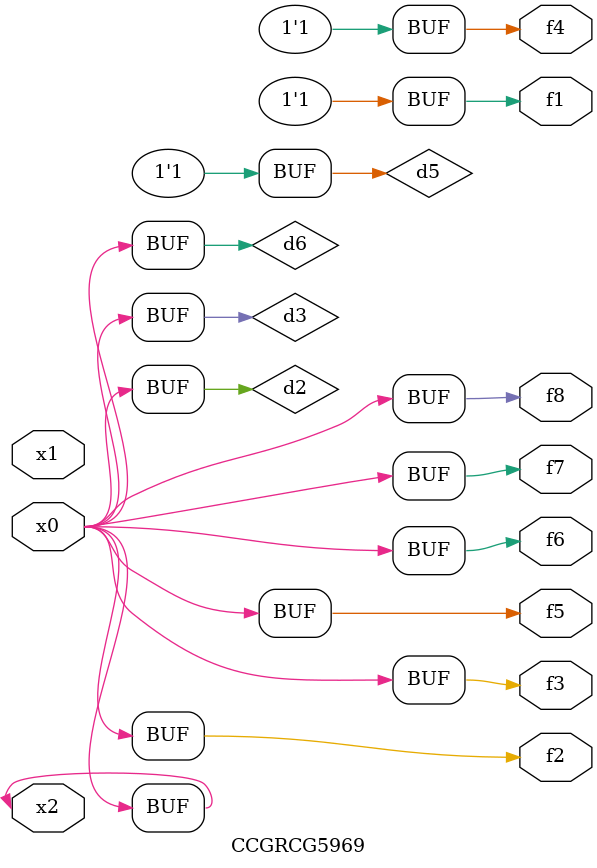
<source format=v>
module CCGRCG5969(
	input x0, x1, x2,
	output f1, f2, f3, f4, f5, f6, f7, f8
);

	wire d1, d2, d3, d4, d5, d6;

	xnor (d1, x2);
	buf (d2, x0, x2);
	and (d3, x0);
	xnor (d4, x1, x2);
	nand (d5, d1, d3);
	buf (d6, d2, d3);
	assign f1 = d5;
	assign f2 = d6;
	assign f3 = d6;
	assign f4 = d5;
	assign f5 = d6;
	assign f6 = d6;
	assign f7 = d6;
	assign f8 = d6;
endmodule

</source>
